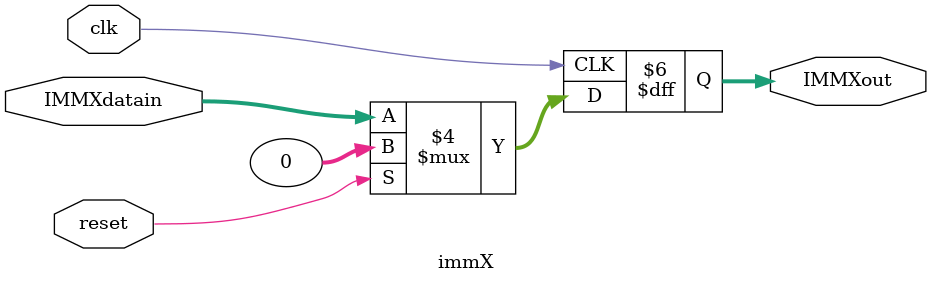
<source format=v>
module immX (
    input wire clk,           // Señal de reloj
    input wire reset,         // Señal de reinicio
    input wire [31:0] IMMXdatain, // Entrada de datos
    output reg [31:0] IMMXout
);

always @(negedge clk) begin
    if (reset == 1) begin
        IMMXout <= 32'b00000000000000000000000000000000;
    end
    else begin
        IMMXout <= IMMXdatain;
    end
end

endmodule
</source>
